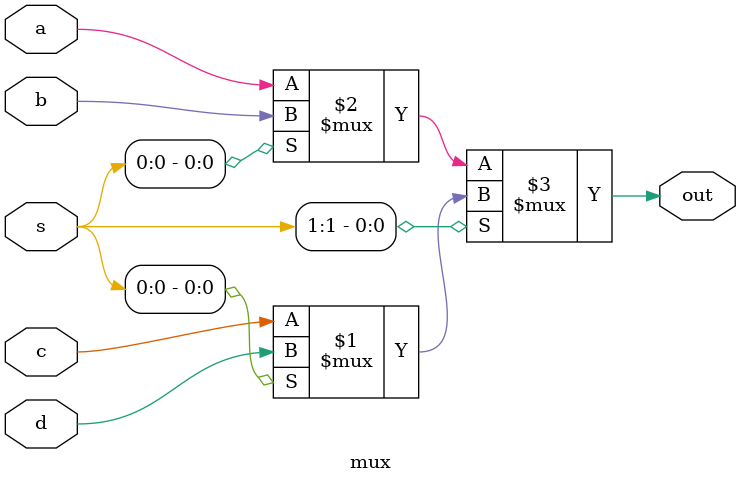
<source format=v>
module mux(
input a,b,c,d,
input [1:0]s,
output out);
assign out=s[1]?(s[0]?d:c):(s[0]?b:a);
endmodule

</source>
